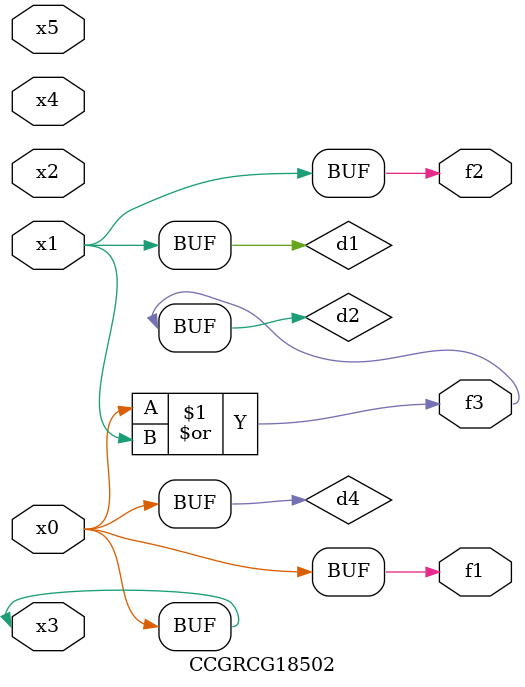
<source format=v>
module CCGRCG18502(
	input x0, x1, x2, x3, x4, x5,
	output f1, f2, f3
);

	wire d1, d2, d3, d4;

	and (d1, x1);
	or (d2, x0, x1);
	nand (d3, x0, x5);
	buf (d4, x0, x3);
	assign f1 = d4;
	assign f2 = d1;
	assign f3 = d2;
endmodule

</source>
